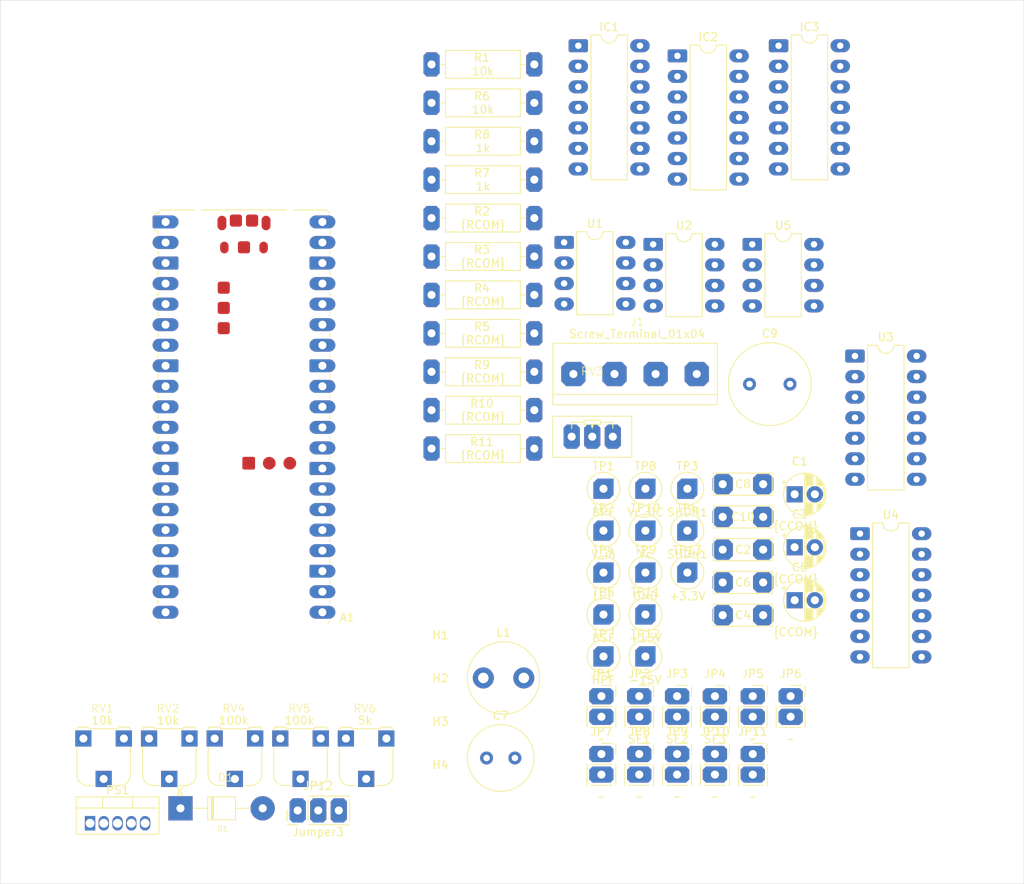
<source format=kicad_pcb>
(kicad_pcb (version 20241229) (generator "pcbnew") (generator_version "9.0")
  (layers (0 "F.Cu" signal) (2 "B.Cu" signal) (13 "F.Paste" user) (15 "B.Paste" user) (5 "F.SilkS" user "F.Silkscreen") (7 "B.SilkS" user "B.Silkscreen") (1 "F.Mask" user) (3 "B.Mask" user) (25 "Edge.Cuts" user))
  (net 0 "")
  (net 7 "GND")
  (net 8 "MOSI")
  (net 10 "+3.3V")
  (net 12 "CS2")
  (net 15 "MISO")
  (net 16 "/ZCD")
  (net 17 "/FFT")
  (net 27 "CS1")
  (net 29 "SCK")
  (net 34 "mult2_out")
  (net 35 "Net-(JP5-B)")
  (net 36 "mult3_out")
  (net 37 "Net-(JP9-B)")
  (net 38 "Net-(U5A--)")
  (net 39 "Net-(C5-Pad2)")
  (net 40 "-15V")
  (net 41 "+15V")
  (net 42 "Net-(D1-K)")
  (net 43 "mult1_out")
  (net 45 "V_in")
  (net 49 "Net-(IC1-SCALE_FACTOR)")
  (net 50 "HPF")
  (net 51 "Vc")
  (net 52 "BPF")
  (net 55 "Net-(IC2-SCALE_FACTOR)")
  (net 59 "Net-(IC3-SCALE_FACTOR)")
  (net 63 "LPF")
  (net 64 "R1_in")
  (net 65 "Net-(JP2-A)")
  (net 66 "Net-(JP3-A)")
  (net 67 "Net-(JP4-A)")
  (net 68 "R1_out")
  (net 69 "R2_in")
  (net 70 "RQ_in")
  (net 71 "RH0_in")
  (net 72 "R2_out")
  (net 73 "Net-(JP10-B)")
  (net 74 "RQ_out")
  (net 75 "RH0_out")
  (net 76 "Net-(JP12-C)")
  (net 77 "Net-(JP12-A)")
  (net 78 "Net-(JP12-B)")
  (net 79 "Net-(PS1-FEEDBACK)")
  (net 80 "Net-(U4-~SHDN)")
  (net 81 "Net-(U3-~SHDN)")
  (net 82 "Net-(U5B-+)")
  (net 83 "/BSF")
  (net 84 "Net-(U2B--)")
  (net 85 "-10V")
  (footprint "000_OUF:DIP_14" (layer "F.Cu") (at 137.69 33.38)
    (property "Reference" "IC1" (at 3.81 -2.33 0) (layer "F.SilkS"))
    (property "Value" "MPY634KP")
    (pad "1" thru_hole roundrect (at 0 0) (size 2.4 1.6) (drill 0.8) (layers "*.Cu" "*.Mask") (roundrect_rratio 0.15625) (net 50 "HPF"))
    (pad "2" thru_hole oval (at 0 2.54) (size 2.4 1.6) (drill 0.8) (layers "*.Cu" "*.Mask") (net 7 "GND"))
    (pad "3" thru_hole oval (at 0 5.08) (size 2.4 1.6) (drill 0.8) (layers "*.Cu" "*.Mask"))
    (pad "4" thru_hole oval (at 0 7.62) (size 2.4 1.6) (drill 0.8) (layers "*.Cu" "*.Mask") (net 49 "Net-(IC1-SCALE_FACTOR)"))
    (pad "5" thru_hole oval (at 0 10.16) (size 2.4 1.6) (drill 0.8) (layers "*.Cu" "*.Mask"))
    (pad "6" thru_hole oval (at 0 12.7) (size 2.4 1.6) (drill 0.8) (layers "*.Cu" "*.Mask") (net 45 "V_in"))
    (pad "7" thru_hole oval (at 0 15.24) (size 2.4 1.6) (drill 0.8) (layers "*.Cu" "*.Mask") (net 7 "GND"))
    (pad "8" thru_hole oval (at 7.62 15.24) (size 2.4 1.6) (drill 0.8) (layers "*.Cu" "*.Mask") (net 40 "-15V"))
    (pad "9" thru_hole oval (at 7.62 12.7) (size 2.4 1.6) (drill 0.8) (layers "*.Cu" "*.Mask"))
    (pad "10" thru_hole oval (at 7.62 10.16) (size 2.4 1.6) (drill 0.8) (layers "*.Cu" "*.Mask") (net 7 "GND"))
    (pad "11" thru_hole oval (at 7.62 7.62) (size 2.4 1.6) (drill 0.8) (layers "*.Cu" "*.Mask") (net 43 "mult1_out"))
    (pad "12" thru_hole oval (at 7.62 5.08) (size 2.4 1.6) (drill 0.8) (layers "*.Cu" "*.Mask") (net 43 "mult1_out"))
    (pad "13" thru_hole oval (at 7.62 2.54) (size 2.4 1.6) (drill 0.8) (layers "*.Cu" "*.Mask"))
    (pad "14" thru_hole oval (at 7.62 0) (size 2.4 1.6) (drill 0.8) (layers "*.Cu" "*.Mask") (net 41 "+15V"))
  )
  (footprint "000_OUF:RaspberryPi_Pico_W_THT" (layer "F.Cu") (at 96.3759 79.3)
    (property "Reference" "A1" (at 11.7475 24.765 0) (layer "F.SilkS") (effects (justify left)))
    (property "Value" "RaspberryPi_Pico_W")
    (pad "" smd rect (at -8.89 -24.13) (size 3.8 2.2) (drill (offset -0.8 0)) (layers "F.Paste"))
    (pad "" smd rect (at -8.89 -21.59) (size 3.8 2.2) (drill (offset -0.8 0)) (layers "F.Paste"))
    (pad "" smd rect (at -8.89 -19.05) (size 3.8 2.2) (drill (offset -0.8 0)) (layers "F.Paste"))
    (pad "" smd rect (at -8.89 -16.51) (size 3.8 2.2) (drill (offset -0.8 0)) (layers "F.Paste"))
    (pad "" smd rect (at -8.89 -13.97) (size 3.8 2.2) (drill (offset -0.8 0)) (layers "F.Paste"))
    (pad "" smd rect (at -8.89 -11.43) (size 3.8 2.2) (drill (offset -0.8 0)) (layers "F.Paste"))
    (pad "" smd rect (at -8.89 -8.89) (size 3.8 2.2) (drill (offset -0.8 0)) (layers "F.Paste"))
    (pad "" smd rect (at -8.89 -6.35) (size 3.8 2.2) (drill (offset -0.8 0)) (layers "F.Paste"))
    (pad "" smd rect (at -8.89 -3.81) (size 3.8 2.2) (drill (offset -0.8 0)) (layers "F.Paste"))
    (pad "" smd rect (at -8.89 -1.27) (size 3.8 2.2) (drill (offset -0.8 0)) (layers "F.Paste"))
    (pad "" smd rect (at -8.89 1.27) (size 3.8 2.2) (drill (offset -0.8 0)) (layers "F.Paste"))
    (pad "" smd rect (at -8.89 3.81) (size 3.8 2.2) (drill (offset -0.8 0)) (layers "F.Paste"))
    (pad "" smd rect (at -8.89 6.35) (size 3.8 2.2) (drill (offset -0.8 0)) (layers "F.Paste"))
    (pad "" smd rect (at -8.89 8.89) (size 3.8 2.2) (drill (offset -0.8 0)) (layers "F.Paste"))
    (pad "" smd rect (at -8.89 11.43) (size 3.8 2.2) (drill (offset -0.8 0)) (layers "F.Paste"))
    (pad "" smd rect (at -8.89 13.97) (size 3.8 2.2) (drill (offset -0.8 0)) (layers "F.Paste"))
    (pad "" smd rect (at -8.89 16.51) (size 3.8 2.2) (drill (offset -0.8 0)) (layers "F.Paste"))
    (pad "" smd rect (at -8.89 19.05) (size 3.8 2.2) (drill (offset -0.8 0)) (layers "F.Paste"))
    (pad "" smd rect (at -8.89 21.59) (size 3.8 2.2) (drill (offset -0.8 0)) (layers "F.Paste"))
    (pad "" smd rect (at -8.89 24.13) (size 3.8 2.2) (drill (offset -0.8 0)) (layers "F.Paste"))
    (pad "" smd oval (at -2.725 -24) (size 1.1 1.8) (layers "F.Cu" "F.Mask" "F.Paste"))
    (pad "" smd oval (at -2.425 -20.97) (size 1.05 1.45) (layers "F.Cu" "F.Mask" "F.Paste"))
    (pad "" smd oval (at 2.425 -20.97) (size 1.05 1.45) (layers "F.Cu" "F.Mask" "F.Paste"))
    (pad "" smd oval (at 2.725 -24) (size 1.1 1.8) (layers "F.Cu" "F.Mask" "F.Paste"))
    (pad "" smd rect (at 8.89 -24.13) (size 3.8 2.2) (drill (offset 0.8 0)) (layers "F.Paste"))
    (pad "" smd rect (at 8.89 -21.59) (size 3.8 2.2) (drill (offset 0.8 0)) (layers "F.Paste"))
    (pad "" smd rect (at 8.89 -19.05) (size 3.8 2.2) (drill (offset 0.8 0)) (layers "F.Paste"))
    (pad "" smd rect (at 8.89 -16.51) (size 3.8 2.2) (drill (offset 0.8 0)) (layers "F.Paste"))
    (pad "" smd rect (at 8.89 -13.97) (size 3.8 2.2) (drill (offset 0.8 0)) (layers "F.Paste"))
    (pad "" smd rect (at 8.89 -11.43) (size 3.8 2.2) (drill (offset 0.8 0)) (layers "F.Paste"))
    (pad "" smd rect (at 8.89 -8.89) (size 3.8 2.2) (drill (offset 0.8 0)) (layers "F.Paste"))
    (pad "" smd rect (at 8.89 -6.35) (size 3.8 2.2) (drill (offset 0.8 0)) (layers "F.Paste"))
    (pad "" smd rect (at 8.89 -3.81) (size 3.8 2.2) (drill (offset 0.8 0)) (layers "F.Paste"))
    (pad "" smd rect (at 8.89 -1.27) (size 3.8 2.2) (drill (offset 0.8 0)) (layers "F.Paste"))
    (pad "" smd rect (at 8.89 1.27) (size 3.8 2.2) (drill (offset 0.8 0)) (layers "F.Paste"))
    (pad "" smd rect (at 8.89 3.81) (size 3.8 2.2) (drill (offset 0.8 0)) (layers "F.Paste"))
    (pad "" smd rect (at 8.89 6.35) (size 3.8 2.2) (drill (offset 0.8 0)) (layers "F.Paste"))
    (pad "" smd rect (at 8.89 8.89) (size 3.8 2.2) (drill (offset 0.8 0)) (layers "F.Paste"))
    (pad "" smd rect (at 8.89 11.43) (size 3.8 2.2) (drill (offset 0.8 0)) (layers "F.Paste"))
    (pad "" smd rect (at 8.89 13.97) (size 3.8 2.2) (drill (offset 0.8 0)) (layers "F.Paste"))
    (pad "" smd rect (at 8.89 16.51) (size 3.8 2.2) (drill (offset 0.8 0)) (layers "F.Paste"))
    (pad "" smd rect (at 8.89 19.05) (size 3.8 2.2) (drill (offset 0.8 0)) (layers "F.Paste"))
    (pad "" smd rect (at 8.89 21.59) (size 3.8 2.2) (drill (offset 0.8 0)) (layers "F.Paste"))
    (pad "" smd rect (at 8.89 24.13) (size 3.8 2.2) (drill (offset 0.8 0)) (layers "F.Paste"))
    (pad "1" thru_hole custom (at -9.69 -24.13) (size 1.6 0.8) (drill 1) (layers "*.Cu" "*.Mask") (options (clearance outline) (anchor rect)) (primitives (gr_circle (center 0.8 0) (end 1.6 0) (width 0) (fill yes)) (gr_poly (pts (xy -1.6 -0.6) (xy -1.6 0.6) (xy -1.4 0.8) (xy 0.8 0.8) (xy 0.8 -0.8) (xy -1.4 -0.8)) (width 0) (fill yes)) (gr_circle (center -1.4 -0.6) (end -1.2 -0.6) (width 0) (fill yes)) (gr_circle (center -1.4 0.6) (end -1.2 0.6) (width 0) (fill yes))))
    (pad "2" thru_hole roundrect (at -9.69 -21.59) (size 3.2 1.6) (drill 1) (layers "*.Cu" "*.Mask") (roundrect_rratio 0.5))
    (pad "3" thru_hole custom (at -9.69 -19.05) (size 1.6 0.8) (drill 1) (layers "*.Cu" "*.Mask") (net 7 "GND") (options (clearance outline) (anchor rect)) (primitives (gr_circle (center -0.8 0) (end 0 0) (width 0) (fill yes)) (gr_poly (pts (xy 1.6 -0.6) (xy 1.6 0.6) (xy 1.4 0.8) (xy -0.8 0.8) (xy -0.8 -0.8) (xy 1.4 -0.8)) (width 0) (fill yes)) (gr_circle (center 1.4 -0.6) (end 1.6 -0.6) (width 0) (fill yes)) (gr_circle (center 1.4 0.6) (end 1.6 0.6) (width 0) (fill yes))))
    (pad "4" thru_hole roundrect (at -9.69 -16.51) (size 3.2 1.6) (drill 1) (layers "*.Cu" "*.Mask") (roundrect_rratio 0.5))
    (pad "5" thru_hole roundrect (at -9.69 -13.97) (size 3.2 1.6) (drill 1) (layers "*.Cu" "*.Mask") (roundrect_rratio 0.5))
    (pad "6" thru_hole roundrect (at -9.69 -11.43) (size 3.2 1.6) (drill 1) (layers "*.Cu" "*.Mask") (roundrect_rratio 0.5))
    (pad "7" thru_hole roundrect (at -9.69 -8.89) (size 3.2 1.6) (drill 1) (layers "*.Cu" "*.Mask") (roundrect_rratio 0.5))
    (pad "8" thru_hole custom (at -9.69 -6.35) (size 1.6 0.8) (drill 1) (layers "*.Cu" "*.Mask") (net 7 "GND") (options (clearance outline) (anchor rect)) (primitives (gr_circle (center -0.8 0) (end 0 0) (width 0) (fill yes)) (gr_poly (pts (xy 1.6 -0.6) (xy 1.6 0.6) (xy 1.4 0.8) (xy -0.8 0.8) (xy -0.8 -0.8) (xy 1.4 -0.8)) (width 0) (fill yes)) (gr_circle (center 1.4 -0.6) (end 1.6 -0.6) (width 0) (fill yes)) (gr_circle (center 1.4 0.6) (end 1.6 0.6) (width 0) (fill yes))))
    (pad "9" thru_hole roundrect (at -9.69 -3.81) (size 3.2 1.6) (drill 1) (layers "*.Cu" "*.Mask") (roundrect_rratio 0.5))
    (pad "10" thru_hole roundrect (at -9.69 -1.27) (size 3.2 1.6) (drill 1) (layers "*.Cu" "*.Mask") (roundrect_rratio 0.5))
    (pad "11" thru_hole roundrect (at -9.69 1.27) (size 3.2 1.6) (drill 1) (layers "*.Cu" "*.Mask") (roundrect_rratio 0.5))
    (pad "12" thru_hole roundrect (at -9.69 3.81) (size 3.2 1.6) (drill 1) (layers "*.Cu" "*.Mask") (roundrect_rratio 0.5))
    (pad "13" thru_hole custom (at -9.69 6.35) (size 1.6 0.8) (drill 1) (layers "*.Cu" "*.Mask") (net 7 "GND") (options (clearance outline) (anchor rect)) (primitives (gr_circle (center -0.8 0) (end 0 0) (width 0) (fill yes)) (gr_poly (pts (xy 1.6 -0.6) (xy 1.6 0.6) (xy 1.4 0.8) (xy -0.8 0.8) (xy -0.8 -0.8) (xy 1.4 -0.8)) (width 0) (fill yes)) (gr_circle (center 1.4 -0.6) (end 1.6 -0.6) (width 0) (fill yes)) (gr_circle (center 1.4 0.6) (end 1.6 0.6) (width 0) (fill yes))))
    (pad "14" thru_hole roundrect (at -9.69 8.89) (size 3.2 1.6) (drill 1) (layers "*.Cu" "*.Mask") (roundrect_rratio 0.5))
    (pad "15" thru_hole roundrect (at -9.69 11.43) (size 3.2 1.6) (drill 1) (layers "*.Cu" "*.Mask") (roundrect_rratio 0.5))
    (pad "16" thru_hole roundrect (at -9.69 13.97) (size 3.2 1.6) (drill 1) (layers "*.Cu" "*.Mask") (roundrect_rratio 0.5))
    (pad "17" thru_hole roundrect (at -9.69 16.51) (size 3.2 1.6) (drill 1) (layers "*.Cu" "*.Mask") (roundrect_rratio 0.5))
    (pad "18" thru_hole custom (at -9.69 19.05) (size 1.6 0.8) (drill 1) (layers "*.Cu" "*.Mask") (net 7 "GND") (options (clearance outline) (anchor rect)) (primitives (gr_circle (center -0.8 0) (end 0 0) (width 0) (fill yes)) (gr_poly (pts (xy 1.6 -0.6) (xy 1.6 0.6) (xy 1.4 0.8) (xy -0.8 0.8) (xy -0.8 -0.8) (xy 1.4 -0.8)) (width 0) (fill yes)) (gr_circle (center 1.4 -0.6) (end 1.6 -0.6) (width 0) (fill yes)) (gr_circle (center 1.4 0.6) (end 1.6 0.6) (width 0) (fill yes))))
    (pad "19" thru_hole roundrect (at -9.69 21.59) (size 3.2 1.6) (drill 1) (layers "*.Cu" "*.Mask") (roundrect_rratio 0.5))
    (pad "20" thru_hole roundrect (at -9.69 24.13) (size 3.2 1.6) (drill 1) (layers "*.Cu" "*.Mask") (roundrect_rratio 0.5))
    (pad "21" thru_hole roundrect (at 9.69 24.13) (size 3.2 1.6) (drill 1) (layers "*.Cu" "*.Mask") (roundrect_rratio 0.5) (net 15 "MISO"))
    (pad "22" thru_hole roundrect (at 9.69 21.59) (size 3.2 1.6) (drill 1) (layers "*.Cu" "*.Mask") (roundrect_rratio 0.5) (net 27 "CS1"))
    (pad "23" thru_hole custom (at 9.69 19.05) (size 1.6 0.8) (drill 1) (layers "*.Cu" "*.Mask") (net 7 "GND") (options (clearance outline) (anchor rect)) (primitives (gr_circle (center 0.8 0) (end 1.6 0) (width 0) (fill yes)) (gr_poly (pts (xy -1.6 -0.6) (xy -1.6 0.6) (xy -1.4 0.8) (xy 0.8 0.8) (xy 0.8 -0.8) (xy -1.4 -0.8)) (width 0) (fill yes)) (gr_circle (center -1.4 -0.6) (end -1.2 -0.6) (width 0) (fill yes)) (gr_circle (center -1.4 0.6) (end -1.2 0.6) (width 0) (fill yes))))
    (pad "24" thru_hole roundrect (at 9.69 16.51) (size 3.2 1.6) (drill 1) (layers "*.Cu" "*.Mask") (roundrect_rratio 0.5) (net 29 "SCK"))
    (pad "25" thru_hole roundrect (at 9.69 13.97) (size 3.2 1.6) (drill 1) (layers "*.Cu" "*.Mask") (roundrect_rratio 0.5) (net 8 "MOSI"))
    (pad "26" thru_hole roundrect (at 9.69 11.43) (size 3.2 1.6) (drill 1) (layers "*.Cu" "*.Mask") (roundrect_rratio 0.5) (net 12 "CS2"))
    (pad "27" thru_hole roundrect (at 9.69 8.89) (size 3.2 1.6) (drill 1) (layers "*.Cu" "*.Mask") (roundrect_rratio 0.5))
    (pad "28" thru_hole custom (at 9.69 6.35) (size 1.6 0.8) (drill 1) (layers "*.Cu" "*.Mask") (net 7 "GND") (options (clearance outline) (anchor rect)) (primitives (gr_circle (center 0.8 0) (end 1.6 0) (width 0) (fill yes)) (gr_poly (pts (xy -1.6 -0.6) (xy -1.6 0.6) (xy -1.4 0.8) (xy 0.8 0.8) (xy 0.8 -0.8) (xy -1.4 -0.8)) (width 0) (fill yes)) (gr_circle (center -1.4 -0.6) (end -1.2 -0.6) (width 0) (fill yes)) (gr_circle (center -1.4 0.6) (end -1.2 0.6) (width 0) (fill yes))))
    (pad "29" thru_hole roundrect (at 9.69 3.81) (size 3.2 1.6) (drill 1) (layers "*.Cu" "*.Mask") (roundrect_rratio 0.5) (net 16 "/ZCD"))
    (pad "30" thru_hole roundrect (at 9.69 1.27) (size 3.2 1.6) (drill 1) (layers "*.Cu" "*.Mask") (roundrect_rratio 0.5))
    (pad "31" thru_hole roundrect (at 9.69 -1.27) (size 3.2 1.6) (drill 1) (layers "*.Cu" "*.Mask") (roundrect_rratio 0.5) (net 17 "/FFT"))
    (pad "32" thru_hole roundrect (at 9.69 -3.81) (size 3.2 1.6) (drill 1) (layers "*.Cu" "*.Mask") (roundrect_rratio 0.5))
    (pad "33" thru_hole custom (at 9.69 -6.35) (size 1.6 0.8) (drill 1) (layers "*.Cu" "*.Mask") (net 7 "GND") (options (clearance outline) (anchor rect)) (primitives (gr_circle (center 0.8 0) (end 1.6 0) (width 0) (fill yes)) (gr_poly (pts (xy -1.6 -0.6) (xy -1.6 0.6) (xy -1.4 0.8) (xy 0.8 0.8) (xy 0.8 -0.8) (xy -1.4 -0.8)) (width 0) (fill yes)) (gr_circle (center -1.4 -0.6) (end -1.2 -0.6) (width 0) (fill yes)) (gr_circle (center -1.4 0.6) (end -1.2 0.6) (width 0) (fill yes))))
    (pad "34" thru_hole roundrect (at 9.69 -8.89) (size 3.2 1.6) (drill 1) (layers "*.Cu" "*.Mask") (roundrect_rratio 0.5))
    (pad "35" thru_hole roundrect (at 9.69 -11.43) (size 3.2 1.6) (drill 1) (layers "*.Cu" "*.Mask") (roundrect_rratio 0.5))
    (pad "36" thru_hole roundrect (at 9.69 -13.97) (size 3.2 1.6) (drill 1) (layers "*.Cu" "*.Mask") (roundrect_rratio 0.5) (net 10 "+3.3V"))
    (pad "37" thru_hole roundrect (at 9.69 -16.51) (size 3.2 1.6) (drill 1) (layers "*.Cu" "*.Mask") (roundrect_rratio 0.5))
    (pad "38" thru_hole custom (at 9.69 -19.05) (size 1.6 0.8) (drill 1) (layers "*.Cu" "*.Mask") (net 7 "GND") (options (clearance outline) (anchor rect)) (primitives (gr_circle (center 0.8 0) (end 1.6 0) (width 0) (fill yes)) (gr_poly (pts (xy -1.6 -0.6) (xy -1.6 0.6) (xy -1.4 0.8) (xy 0.8 0.8) (xy 0.8 -0.8) (xy -1.4 -0.8)) (width 0) (fill yes)) (gr_circle (center -1.4 -0.6) (end -1.2 -0.6) (width 0) (fill yes)) (gr_circle (center -1.4 0.6) (end -1.2 0.6) (width 0) (fill yes))))
    (pad "39" thru_hole roundrect (at 9.69 -21.59) (size 3.2 1.6) (drill 1) (layers "*.Cu" "*.Mask") (roundrect_rratio 0.5))
    (pad "40" thru_hole roundrect (at 9.69 -24.13) (size 3.2 1.6) (drill 1) (layers "*.Cu" "*.Mask") (roundrect_rratio 0.5))
    (pad "D1" smd roundrect (at 0.5841 5.7) (size 1.5748 1.5748) (layers "F.Cu" "F.Mask" "F.Paste") (roundrect_rratio 0.127000254))
    (pad "D2" smd circle (at 3.1241 5.7) (size 1.5748 1.5748) (layers "F.Cu" "F.Mask" "F.Paste"))
    (pad "D3" smd circle (at 5.6641 5.7) (size 1.5748 1.5748) (layers "F.Cu" "F.Mask" "F.Paste"))
    (pad "TP1" smd roundrect (at 0 -21) (size 1.5 1.5) (layers "F.Cu" "F.Mask" "F.Paste") (roundrect_rratio 0.2))
    (pad "TP2" smd roundrect (at 1 -24.3) (size 1.5 1.5) (layers "F.Cu" "F.Mask" "F.Paste") (roundrect_rratio 0.2))
    (pad "TP3" smd roundrect (at -1 -24.3) (size 1.5 1.5) (layers "F.Cu" "F.Mask" "F.Paste") (roundrect_rratio 0.2))
    (pad "TP4" smd roundrect (at -2.5 -16) (size 1.5 1.5) (layers "F.Cu" "F.Mask" "F.Paste") (roundrect_rratio 0.2))
    (pad "TP5" smd roundrect (at -2.5 -13.5) (size 1.5 1.5) (layers "F.Cu" "F.Mask" "F.Paste") (roundrect_rratio 0.2))
    (pad "TP6" smd roundrect (at -2.5 -11) (size 1.5 1.5) (layers "F.Cu" "F.Mask" "F.Paste") (roundrect_rratio 0.2))
  )
  (footprint "000_OUF:Resistor" (layer "F.Cu") (at 119.553 35.69)
    (property "Reference" "R1" (hide yes))
    (property "Value" "10k" (at 6.35 0.8382 0) (layer "F.SilkS"))
    (fp_text user "${REFERENCE}" (at 6.223 -0.8382 0) (layer "F.SilkS"))
    (pad "1" thru_hole roundrect (at 0 0) (size 2 3) (drill 1) (layers "*.Cu" "*.Mask") (roundrect_rratio 0) (chamfer_ratio 0.2) (chamfer top_left top_right bottom_left bottom_right) (net 10 "+3.3V"))
    (pad "2" thru_hole roundrect (at 12.7 0) (size 2 3) (drill 1) (layers "*.Cu" "*.Mask") (roundrect_rratio 0) (chamfer_ratio 0.2) (chamfer top_left top_right bottom_left bottom_right) (net 81 "Net-(U3-~SHDN)"))
  )
  (footprint "000_OUF:100nF" (layer "F.Cu") (at 155.533 95.69)
    (property "Reference" "C2" (hide yes))
    (property "Value" "100n" (hide yes))
    (fp_text user "${REFERENCE}" (at 2.5 0 0) (layer "F.SilkS"))
    (pad "1" thru_hole roundrect (at 0 0) (size 2.5 2.5) (drill 1) (layers "*.Cu" "*.Mask") (roundrect_rratio 0) (chamfer_ratio 0.2) (chamfer top_left top_right bottom_left bottom_right) (net 10 "+3.3V"))
    (pad "2" thru_hole roundrect (at 5 0) (size 2.5 2.5) (drill 1) (layers "*.Cu" "*.Mask") (roundrect_rratio 0) (chamfer_ratio 0.2) (chamfer top_left top_right bottom_left bottom_right) (net 7 "GND"))
  )
  (footprint "000_OUF:DIP_14" (layer "F.Cu") (at 149.94 34.63)
    (property "Reference" "IC2" (at 3.81 -2.33 0) (layer "F.SilkS"))
    (property "Value" "MPY634KP")
    (pad "1" thru_hole roundrect (at 0 0) (size 2.4 1.6) (drill 0.8) (layers "*.Cu" "*.Mask") (roundrect_rratio 0.15625) (net 52 "BPF"))
    (pad "2" thru_hole oval (at 0 2.54) (size 2.4 1.6) (drill 0.8) (layers "*.Cu" "*.Mask") (net 7 "GND"))
    (pad "3" thru_hole oval (at 0 5.08) (size 2.4 1.6) (drill 0.8) (layers "*.Cu" "*.Mask"))
    (pad "4" thru_hole oval (at 0 7.62) (size 2.4 1.6) (drill 0.8) (layers "*.Cu" "*.Mask") (net 55 "Net-(IC2-SCALE_FACTOR)"))
    (pad "5" thru_hole oval (at 0 10.16) (size 2.4 1.6) (drill 0.8) (layers "*.Cu" "*.Mask"))
    (pad "6" thru_hole oval (at 0 12.7) (size 2.4 1.6) (drill 0.8) (layers "*.Cu" "*.Mask") (net 51 "Vc"))
    (pad "7" thru_hole oval (at 0 15.24) (size 2.4 1.6) (drill 0.8) (layers "*.Cu" "*.Mask") (net 7 "GND"))
    (pad "8" thru_hole oval (at 7.62 15.24) (size 2.4 1.6) (drill 0.8) (layers "*.Cu" "*.Mask") (net 40 "-15V"))
    (pad "9" thru_hole oval (at 7.62 12.7) (size 2.4 1.6) (drill 0.8) (layers "*.Cu" "*.Mask"))
    (pad "10" thru_hole oval (at 7.62 10.16) (size 2.4 1.6) (drill 0.8) (layers "*.Cu" "*.Mask") (net 7 "GND"))
    (pad "11" thru_hole oval (at 7.62 7.62) (size 2.4 1.6) (drill 0.8) (layers "*.Cu" "*.Mask") (net 34 "mult2_out"))
    (pad "12" thru_hole oval (at 7.62 5.08) (size 2.4 1.6) (drill 0.8) (layers "*.Cu" "*.Mask") (net 34 "mult2_out"))
    (pad "13" thru_hole oval (at 7.62 2.54) (size 2.4 1.6) (drill 0.8) (layers "*.Cu" "*.Mask"))
    (pad "14" thru_hole oval (at 7.62 0) (size 2.4 1.6) (drill 0.8) (layers "*.Cu" "*.Mask") (net 41 "+15V"))
  )
  (footprint "000_OUF:Resistor" (layer "F.Cu") (at 119.553 59.44)
    (property "Reference" "R3" (hide yes))
    (property "Value" "{RCOM}" (at 6.35 0.8382 0) (layer "F.SilkS"))
    (fp_text user "${REFERENCE}" (at 6.223 -0.8382 0) (layer "F.SilkS"))
    (pad "1" thru_hole roundrect (at 0 0) (size 2 3) (drill 1) (layers "*.Cu" "*.Mask") (roundrect_rratio 0) (chamfer_ratio 0.2) (chamfer top_left top_right bottom_left bottom_right) (net 63 "LPF"))
    (pad "2" thru_hole roundrect (at 12.7 0) (size 2 3) (drill 1) (layers "*.Cu" "*.Mask") (roundrect_rratio 0) (chamfer_ratio 0.2) (chamfer top_left top_right bottom_left bottom_right) (net 84 "Net-(U2B--)"))
  )
  (footprint "000_OUF:Resistor" (layer "F.Cu") (at 119.553 49.94)
    (property "Reference" "R7" (hide yes))
    (property "Value" "1k" (at 6.35 0.8382 0) (layer "F.SilkS"))
    (fp_text user "${REFERENCE}" (at 6.223 -0.8382 0) (layer "F.SilkS"))
    (pad "1" thru_hole roundrect (at 0 0) (size 2 3) (drill 1) (layers "*.Cu" "*.Mask") (roundrect_rratio 0) (chamfer_ratio 0.2) (chamfer top_left top_right bottom_left bottom_right) (net 82 "Net-(U5B-+)"))
    (pad "2" thru_hole roundrect (at 12.7 0) (size 2 3) (drill 1) (layers "*.Cu" "*.Mask") (roundrect_rratio 0) (chamfer_ratio 0.2) (chamfer top_left top_right bottom_left bottom_right) (net 16 "/ZCD"))
  )
  (footprint "000_OUF:Connector 2 Pin 2.54mm" (layer "F.Cu") (at 159.25 120.96)
    (property "Reference" "JP11" (at 0 -2.77 180) (layer "F.SilkS"))
    (property "Value" "~" (at 0 5.31 180) (layer "F.SilkS"))
    (pad "1" thru_hole roundrect (at 0 0) (size 3 2) (drill 1) (layers "*.Cu" "*.Mask") (roundrect_rratio 0) (chamfer_ratio 0.2) (chamfer top_left top_right bottom_left bottom_right) (net 75 "RH0_out"))
    (pad "2" thru_hole roundrect (at 0 2.54) (size 3 2) (drill 1) (layers "*.Cu" "*.Mask") (roundrect_rratio 0) (chamfer_ratio 0.2) (chamfer top_left top_right bottom_left bottom_right) (net 73 "Net-(JP10-B)"))
  )
  (footprint "000_OUF:Resistor" (layer "F.Cu") (at 119.553 83.19)
    (property "Reference" "R11" (hide yes))
    (property "Value" "{RCOM}" (at 6.35 0.8382 0) (layer "F.SilkS"))
    (fp_text user "${REFERENCE}" (at 6.223 -0.8382 0) (layer "F.SilkS"))
    (pad "1" thru_hole roundrect (at 0 0) (size 2 3) (drill 1) (layers "*.Cu" "*.Mask") (roundrect_rratio 0) (chamfer_ratio 0.2) (chamfer top_left top_right bottom_left bottom_right) (net 51 "Vc"))
    (pad "2" thru_hole roundrect (at 12.7 0) (size 2 3) (drill 1) (layers "*.Cu" "*.Mask") (roundrect_rratio 0) (chamfer_ratio 0.2) (chamfer top_left top_right bottom_left bottom_right) (net 76 "Net-(JP12-C)"))
  )
  (footprint "000_OUF:Connector 2 Pin 2.54mm" (layer "F.Cu") (at 149.898 120.96)
    (property "Reference" "JP9" (at 0 -2.77 180) (layer "F.SilkS"))
    (property "Value" "~" (at 0 5.31 180) (layer "F.SilkS"))
    (pad "1" thru_hole roundrect (at 0 0) (size 3 2) (drill 1) (layers "*.Cu" "*.Mask") (roundrect_rratio 0) (chamfer_ratio 0.2) (chamfer top_left top_right bottom_left bottom_right) (net 72 "R2_out"))
    (pad "2" thru_hole roundrect (at 0 2.54) (size 3 2) (drill 1) (layers "*.Cu" "*.Mask") (roundrect_rratio 0) (chamfer_ratio 0.2) (chamfer top_left top_right bottom_left bottom_right) (net 37 "Net-(JP9-B)"))
  )
  (footprint "000_OUF:DIP_8" (layer "F.Cu") (at 135.9375 57.7)
    (property "Reference" "U1" (at 3.81 -2.33 0) (layer "F.SilkS"))
    (property "Value" "TL082")
    (pad "1" thru_hole roundrect (at 0 0) (size 2.4 1.6) (drill 0.8) (layers "*.Cu" "*.Mask") (roundrect_rratio 0.15625) (net 52 "BPF"))
    (pad "2" thru_hole oval (at 0 2.54) (size 2.4 1.6) (drill 0.8) (layers "*.Cu" "*.Mask") (net 35 "Net-(JP5-B)"))
    (pad "3" thru_hole oval (at 0 5.08) (size 2.4 1.6) (drill 0.8) (layers "*.Cu" "*.Mask") (net 7 "GND"))
    (pad "4" thru_hole oval (at 0 7.62) (size 2.4 1.6) (drill 0.8) (layers "*.Cu" "*.Mask") (net 40 "-15V"))
    (pad "5" thru_hole oval (at 7.62 7.62) (size 2.4 1.6) (drill 0.8) (layers "*.Cu" "*.Mask") (net 7 "GND"))
    (pad "6" thru_hole oval (at 7.62 5.08) (size 2.4 1.6) (drill 0.8) (layers "*.Cu" "*.Mask") (net 37 "Net-(JP9-B)"))
    (pad "7" thru_hole oval (at 7.62 2.54) (size 2.4 1.6) (drill 0.8) (layers "*.Cu" "*.Mask") (net 63 "LPF"))
    (pad "8" thru_hole oval (at 7.62 0) (size 2.4 1.6) (drill 0.8) (layers "*.Cu" "*.Mask") (net 41 "+15V"))
  )
  (footprint "000_OUF:1-10uF" (layer "F.Cu") (at 164.422775 95.39)
    (property "Reference" "C3" (at 0.635 -4.064 0) (layer "F.SilkS"))
    (property "Value" "{CCOM}" (at 0.127 3.937 0) (layer "F.SilkS"))
    (pad "1" thru_hole rect (at 0 0) (size 2 2) (drill 1) (layers "*.Cu" "*.Mask") (net 37 "Net-(JP9-B)"))
    (pad "2" thru_hole circle (at 2.5 0) (size 2 2) (drill 1) (layers "*.Cu" "*.Mask") (net 36 "mult3_out"))
  )
  (footprint "000_OUF:TestPoint" (layer "F.Cu") (at 151.168 88.157)
    (property "Reference" "TP3" (hide yes))
    (property "Value" "SHDN1" (at 0 2.921 0) (layer "F.SilkS"))
    (fp_text user "${REFERENCE}" (at 0 -2.794 0) (layer "F.SilkS"))
    (pad "1" thru_hole roundrect (at 0 0) (size 2.5 2.5) (drill 1) (layers "*.Cu" "*.Mask") (roundrect_rratio 0) (chamfer_ratio 0.2) (chamfer top_left bottom_right) (net 81 "Net-(U3-~SHDN)"))
  )
  (footprint "000_OUF:100nF" (layer "F.Cu") (at 155.533 87.59)
    (property "Reference" "C8" (hide yes))
    (property "Value" "100n" (hide yes))
    (fp_text user "${REFERENCE}" (at 2.5 0 0) (layer "F.SilkS"))
    (pad "1" thru_hole roundrect (at 0 0) (size 2.5 2.5) (drill 1) (layers "*.Cu" "*.Mask") (roundrect_rratio 0) (chamfer_ratio 0.2) (chamfer top_left top_right bottom_left bottom_right) (net 41 "+15V"))
    (pad "2" thru_hole roundrect (at 5 0) (size 2.5 2.5) (drill 1) (layers "*.Cu" "*.Mask") (roundrect_rratio 0) (chamfer_ratio 0.2) (chamfer top_left top_right bottom_left bottom_right) (net 40 "-15V"))
  )
  (footprint "000_OUF:Resistor" (layer "F.Cu") (at 119.553 73.69)
    (property "Reference" "R9" (hide yes))
    (property "Value" "{RCOM}" (at 6.35 0.8382 0) (layer "F.SilkS"))
    (fp_text user "${REFERENCE}" (at 6.223 -0.8382 0) (layer "F.SilkS"))
    (pad "1" thru_hole roundrect (at 0 0) (size 2 3) (drill 1) (layers "*.Cu" "*.Mask") (roundrect_rratio 0) (chamfer_ratio 0.2) (chamfer top_left top_right bottom_left bottom_right) (net 43 "mult1_out"))
    (pad "2" thru_hole roundrect (at 12.7 0) (size 2 3) (drill 1) (layers "*.Cu" "*.Mask") (roundrect_rratio 0) (chamfer_ratio 0.2) (chamfer top_left top_right bottom_left bottom_right) (net 38 "Net-(U5A--)"))
  )
  (footprint "000_OUF:Resistor" (layer "F.Cu") (at 119.553 45.19)
    (property "Reference" "R8" (hide yes))
    (property "Value" "1k" (at 6.35 0.8382 0) (layer "F.SilkS"))
    (fp_text user "${REFERENCE}" (at 6.223 -0.8382 0) (layer "F.SilkS"))
    (pad "1" thru_hole roundrect (at 0 0) (size 2 3) (drill 1) (layers "*.Cu" "*.Mask") (roundrect_rratio 0) (chamfer_ratio 0.2) (chamfer top_left top_right bottom_left bottom_right) (net 7 "GND"))
    (pad "2" thru_hole roundrect (at 12.7 0) (size 2 3) (drill 1) (layers "*.Cu" "*.Mask") (roundrect_rratio 0) (chamfer_ratio 0.2) (chamfer top_left top_right bottom_left bottom_right) (net 82 "Net-(U5B-+)"))
  )
  (footprint "000_OUF:1-10uF" (layer "F.Cu") (at 164.422775 88.84)
    (property "Reference" "C1" (at 0.635 -4.064 0) (layer "F.SilkS"))
    (property "Value" "{CCOM}" (at 0.127 3.937 0) (layer "F.SilkS"))
    (pad "1" thru_hole rect (at 0 0) (size 2 2) (drill 1) (layers "*.Cu" "*.Mask") (net 35 "Net-(JP5-B)"))
    (pad "2" thru_hole circle (at 2.5 0) (size 2 2) (drill 1) (layers "*.Cu" "*.Mask") (net 34 "mult2_out"))
  )
  (footprint "000_OUF:Trimmer Rund" (layer "F.Cu") (at 95.1 119.04)
    (property "Reference" "RV4" (at 0 -3.725 0) (layer "F.SilkS") (effects (font (thickness 0.1))))
    (property "Value" "100k" (at 0 -2.225 0) (layer "F.SilkS"))
    (pad "1" thru_hole rect (at -2.347 0) (size 2 2) (drill 1) (layers "*.Cu" "*.Mask") (net 41 "+15V"))
    (pad "2" thru_hole rect (at 0.153 5) (size 2 2) (drill 1) (layers "*.Cu" "*.Mask") (net 78 "Net-(JP12-B)"))
    (pad "3" thru_hole rect (at 2.653 0) (size 2 2) (drill 1) (layers "*.Cu" "*.Mask") (net 7 "GND"))
  )
  (footprint "MountingHole:MountingHole_2.2mm_M2_DIN965" (layer "F.Cu") (at 120.653 109.1)
    (property "Reference" "H1" (at 0 -2.85 0) (layer "F.SilkS"))
    (property "Value" "MountingHole")
    (pad "" np_thru_hole circle (at 0 0) (size 2.2 2.2) (drill 2.2) (layers "*.Cu" "*.Mask"))
  )
  (footprint "000_OUF:TestPoint" (layer "F.Cu") (at 145.984 108.893)
    (property "Reference" "TP12" (hide yes))
    (property "Value" "-15V" (at 0 2.921 0) (layer "F.SilkS"))
    (fp_text user "${REFERENCE}" (at 0 -2.794 0) (layer "F.SilkS"))
    (pad "1" thru_hole roundrect (at 0 0) (size 2.5 2.5) (drill 1) (layers "*.Cu" "*.Mask") (roundrect_rratio 0) (chamfer_ratio 0.2) (chamfer top_left bottom_right) (net 40 "-15V"))
  )
  (footprint "000_OUF:TestPoint" (layer "F.Cu") (at 145.984 103.709)
    (property "Reference" "TP11" (hide yes))
    (property "Value" "+15V" (at 0 2.921 0) (layer "F.SilkS"))
    (fp_text user "${REFERENCE}" (at 0 -2.794 0) (layer "F.SilkS"))
    (pad "1" thru_hole roundrect (at 0 0) (size 2.5 2.5) (drill 1) (layers "*.Cu" "*.Mask") (roundrect_rratio 0) (chamfer_ratio 0.2) (chamfer top_left bottom_right) (net 41 "+15V"))
  )
  (footprint "000_OUF:100nF" (layer "F.Cu") (at 155.533 91.64)
    (property "Reference" "C10" (hide yes))
    (property "Value" "100n" (hide yes))
    (fp_text user "${REFERENCE}" (at 2.5 0 0) (layer "F.SilkS"))
    (pad "1" thru_hole roundrect (at 0 0) (size 2.5 2.5) (drill 1) (layers "*.Cu" "*.Mask") (roundrect_rratio 0) (chamfer_ratio 0.2) (chamfer top_left top_right bottom_left bottom_right) (net 41 "+15V"))
    (pad "2" thru_hole roundrect (at 5 0) (size 2.5 2.5) (drill 1) (layers "*.Cu" "*.Mask") (roundrect_rratio 0) (chamfer_ratio 0.2) (chamfer top_left top_right bottom_left bottom_right) (net 40 "-15V"))
  )
  (footprint "000_OUF:Trimmer Rund" (layer "F.Cu") (at 86.99 119.04)
    (property "Reference" "RV2" (at 0 -3.725 0) (layer "F.SilkS") (effects (font (thickness 0.1))))
    (property "Value" "10k" (at 0 -2.225 0) (layer "F.SilkS"))
    (pad "1" thru_hole rect (at -2.347 0) (size 2 2) (drill 1) (layers "*.Cu" "*.Mask") (net 66 "Net-(JP3-A)"))
    (pad "2" thru_hole rect (at 0.153 5) (size 2 2) (drill 1) (layers "*.Cu" "*.Mask") (net 66 "Net-(JP3-A)"))
    (pad "3" thru_hole rect (at 2.653 0) (size 2 2) (drill 1) (layers "*.Cu" "*.Mask") (net 85 "-10V"))
  )
  (footprint "000_OUF:1N4001" (layer "F.Cu") (at 88.528 127.67)
    (property "Reference" "D1" (at 5.588 -3.81 0) (layer "F.SilkS") (effects (font (thickness 0.1))))
    (property "Value" "MBR360")
    (fp_text user "K" (at 0 -2 0) (layer "F.SilkS"))
    (fp_text user "${REFERENCE}" (at 5.207 2.54 0) (layer "F.SilkS") (effects (font (size 0.64 0.64) (thickness 0.096))))
    (pad "1" thru_hole rect (at 0 0) (size 3 3) (drill 1) (layers "*.Cu" "*.Mask") (net 42 "Net-(D1-K)"))
    (pad "2" thru_hole oval (at 10.16 0) (size 3 3) (drill 1) (layers "*.Cu" "*.Mask") (net 7 "GND"))
  )
  (footprint "000_OUF:DIP_8" (layer "F.Cu") (at 159.19 57.94)
    (property "Reference" "U5" (at 3.81 -2.33 0) (layer "F.SilkS"))
    (property "Value" "TL082")
    (pad "1" thru_hole roundrect (at 0 0) (size 2.4 1.6) (drill 0.8) (layers "*.Cu" "*.Mask") (roundrect_rratio 0.15625) (net 39 "Net-(C5-Pad2)"))
    (pad "2" thru_hole oval (at 0 2.54) (size 2.4 1.6) (drill 0.8) (layers "*.Cu" "*.Mask") (net 38 "Net-(U5A--)"))
    (pad "3" thru_hole oval (at 0 5.08) (size 2.4 1.6) (drill 0.8) (layers "*.Cu" "*.Mask") (net 7 "GND"))
    (pad "4" thru_hole oval (at 0 7.62) (size 2.4 1.6) (drill 0.8) (layers "*.Cu" "*.Mask") (net 40 "-15V"))
    (pad "5" thru_hole oval (at 7.62 7.62) (size 2.4 1.6) (drill 0.8) (layers "*.Cu" "*.Mask") (net 82 "Net-(U5B-+)"))
    (pad "6" thru_hole oval (at 7.62 5.08) (size 2.4 1.6) (drill 0.8) (layers "*.Cu" "*.Mask") (net 45 "V_in"))
    (pad "7" thru_hole oval (at 7.62 2.54) (size 2.4 1.6) (drill 0.8) (layers "*.Cu" "*.Mask") (net 16 "/ZCD"))
    (pad "8" thru_hole oval (at 7.62 0) (size 2.4 1.6) (drill 0.8) (layers "*.Cu" "*.Mask") (net 41 "+15V"))
  )
  (footprint "000_OUF:Terminal 4 Pol" (layer "F.Cu") (at 137.083 73.97)
    (property "Reference" "J1" (at 7.874 -6.453 0) (layer "F.SilkS") (effects (font (thickness 0.1))))
    (property "Value" "Screw_Terminal_01x04" (at 7.874 -4.953 0) (layer "F.SilkS"))
    (pad "1" thru_hole roundrect (at 0 0) (size 3 3) (drill 1) (layers "*.Cu" "*.Mask") (roundrect_rratio 0) (chamfer_ratio 0.2) (chamfer top_left top_right bottom_left bottom_right) (net 41 "+15V"))
    (pad "2" thru_hole roundrect (at 5.08 0) (size 3 3) (drill 1) (layers "*.Cu" "*.Mask") (roundrect_rratio 0) (chamfer_ratio 0.2) (chamfer top_left top_right bottom_left bottom_right) (net 7 "GND"))
    (pad "3" thru_hole roundrect (at 10.16 0) (size 3 3) (drill 1) (layers "*.Cu" "*.Mask") (roundrect_rratio 0) (chamfer_ratio 0.2) (chamfer top_left top_right bottom_left bottom_right) (net 7 "GND"))
    (pad "4" thru_hole roundrect (at 15.24 0) (size 3 3) (drill 1) (layers "*.Cu" "*.Mask") (roundrect_rratio 0) (chamfer_ratio 0.2) (chamfer top_left top_right bottom_left bottom_right) (net 40 "-15V"))
  )
  (footprint "Package_TO_SOT_THT:TO-220-5_Vertical" (layer "F.Cu") (at 77.353 129.52)
    (property "Reference" "PS1" (at 3.4 -4.1 0) (layer "F.SilkS"))
    (property "Value" "LM2576WT")
    (pad "1" thru_hole rect (at 0 0) (size 1.275 1.8) (drill 1.1) (layers "*.Cu" "*.Mask") (net 41 "+15V"))
    (pad "2" thru_hole oval (at 1.7 0) (size 1.275 1.8) (drill 1.1) (layers "*.Cu" "*.Mask") (net 42 "Net-(D1-K)"))
    (pad "3" thru_hole oval (at 3.4 0) (size 1.275 1.8) (drill 1.1) (layers "*.Cu" "*.Mask") (net 7 "GND"))
    (pad "4" thru_hole oval (at 5.1 0) (size 1.275 1.8) (drill 1.1) (layers "*.Cu" "*.Mask") (net 79 "Net-(PS1-FEEDBACK)"))
    (pad "5" thru_hole oval (at 6.8 0) (size 1.275 1.8) (drill 1.1) (layers "*.Cu" "*.Mask") (net 7 "GND"))
  )
  (footprint "000_OUF:DIP_14" (layer "F.Cu") (at 172.5 93.71)
    (property "Reference" "U4" (at 3.81 -2.33 0) (layer "F.SilkS"))
    (property "Value" "MCP4261-104E_P")
    (pad "1" thru_hole roundrect (at 0 0) (size 2.4 1.6) (drill 0.8) (layers "*.Cu" "*.Mask") (roundrect_rratio 0.15625) (net 12 "CS2"))
    (pad "2" thru_hole oval (at 0 2.54) (size 2.4 1.6) (drill 0.8) (layers "*.Cu" "*.Mask") (net 29 "SCK"))
    (pad "3" thru_hole oval (at 0 5.08) (size 2.4 1.6) (drill 0.8) (layers "*.Cu" "*.Mask") (net 8 "MOSI"))
    (pad "4" thru_hole oval (at 0 7.62) (size 2.4 1.6) (drill 0.8) (layers "*.Cu" "*.Mask") (net 7 "GND"))
    (pad "5" thru_hole oval (at 0 10.16) (size 2.4 1.6) (drill 0.8) (layers "*.Cu" "*.Mask"))
    (pad "6" thru_hole oval (at 0 12.7) (size 2.4 1.6) (drill 0.8) (layers "*.Cu" "*.Mask") (net 75 "RH0_out"))
    (pad "7" thru_hole oval (at 0 15.24) (size 2.4 1.6) (drill 0.8) (layers "*.Cu" "*.Mask"))
    (pad "8" thru_hole oval (at 7.62 15.24) (size 2.4 1.6) (drill 0.8) (layers "*.Cu" "*.Mask") (net 70 "RQ_in"))
    (pad "9" thru_hole oval (at 7.62 12.7) (size 2.4 1.6) (drill 0.8) (layers "*.Cu" "*.Mask") (net 74 "RQ_out"))
    (pad "10" thru_hole oval (at 7.62 10.16) (size 2.4 1.6) (drill 0.8) (layers "*.Cu" "*.Mask") (net 71 "RH0_in"))
    (pad "11" thru_hole oval (at 7.62 7.62) (size 2.4 1.6) (drill 0.8) (layers "*.Cu" "*.Mask"))
    (pad "12" thru_hole oval (at 7.62 5.08) (size 2.4 1.6) (drill 0.8) (layers "*.Cu" "*.Mask") (net 80 "Net-(U4-~SHDN)"))
    (pad "13" thru_hole oval (at 7.62 2.54) (size 2.4 1.6) (drill 0.8) (layers "*.Cu" "*.Mask") (net 15 "MISO"))
    (pad "14" thru_hole oval (at 7.62 0) (size 2.4 1.6) (drill 0.8) (layers "*.Cu" "*.Mask") (net 10 "+3.3V"))
  )
  (footprint "000_OUF:DIP_8" (layer "F.Cu") (at 146.94 57.94)
    (property "Reference" "U2" (at 3.81 -2.33 0) (layer "F.SilkS"))
    (property "Value" "TL082")
    (pad "1" thru_hole roundrect (at 0 0) (size 2.4 1.6) (drill 0.8) (layers "*.Cu" "*.Mask") (roundrect_rratio 0.15625) (net 83 "/BSF"))
    (pad "2" thru_hole oval (at 0 2.54) (size 2.4 1.6) (drill 0.8) (layers "*.Cu" "*.Mask") (net 73 "Net-(JP10-B)"))
    (pad "3" thru_hole oval (at 0 5.08) (size 2.4 1.6) (drill 0.8) (layers "*.Cu" "*.Mask") (net 7 "GND"))
    (pad "4" thru_hole oval (at 0 7.62) (size 2.4 1.6) (drill 0.8) (layers "*.Cu" "*.Mask") (net 40 "-15V"))
    (pad "5" thru_hole oval (at 7.62 7.62) (size 2.4 1.6) (drill 0.8) (layers "*.Cu" "*.Mask") (net 7 "GND"))
    (pad "6" thru_hole oval (at 7.62 5.08) (size 2.4 1.6) (drill 0.8) (layers "*.Cu" "*.Mask") (net 84 "Net-(U2B--)"))
    (pad "7" thru_hole oval (at 7.62 2.54) (size 2.4 1.6) (drill 0.8) (layers "*.Cu" "*.Mask") (net 50 "HPF"))
    (pad "8" thru_hole oval (at 7.62 0) (size 2.4 1.6) (drill 0.8) (layers "*.Cu" "*.Mask") (net 41 "+15V"))
  )
  (footprint "000_OUF:Connector 2 Pin 2.54mm" (layer "F.Cu") (at 145.222 113.81)
    (property "Reference" "JP2" (at 0 -2.77 180) (layer "F.SilkS"))
    (property "Value" "SF1" (at 0 5.31 180) (layer "F.SilkS"))
    (pad "1" thru_hole roundrect (at 0 0) (size 3 2) (drill 1) (layers "*.Cu" "*.Mask") (roundrect_rratio 0) (chamfer_ratio 0.2) (chamfer top_left top_right bottom_left bottom_right) (net 65 "Net-(JP2-A)"))
    (pad "2" thru_hole roundrect (at 0 2.54) (size 3 2) (drill 1) (layers "*.Cu" "*.Mask") (roundrect_rratio 0) (chamfer_ratio 0.2) (chamfer top_left top_right bottom_left bottom_right) (net 49 "Net-(IC1-SCALE_FACTOR)"))
  )
  (footprint "000_OUF:TestPoint" (layer "F.Cu") (at 140.8 98.525)
    (property "Reference" "TP4" (hide yes))
    (property "Value" "LPF" (at 0 2.921 0) (layer "F.SilkS"))
    (fp_text user "${REFERENCE}" (at 0 -2.794 0) (layer "F.SilkS"))
    (pad "1" thru_hole roundrect (at 0 0) (size 2.5 2.5) (drill 1) (layers "*.Cu" "*.Mask") (roundrect_rratio 0) (chamfer_ratio 0.2) (chamfer top_left bottom_right) (net 63 "LPF"))
  )
  (footprint "000_OUF:DIP_14" (layer "F.Cu") (at 171.88 71.75)
    (property "Reference" "U3" (at 3.81 -2.33 0) (layer "F.SilkS"))
    (property "Value" "MCP4261-104E_P")
    (pad "1" thru_hole roundrect (at 0 0) (size 2.4 1.6) (drill 0.8) (layers "*.Cu" "*.Mask") (roundrect_rratio 0.15625) (net 27 "CS1"))
    (pad "2" thru_hole oval (at 0 2.54) (size 2.4 1.6) (drill 0.8) (layers "*.Cu" "*.Mask") (net 29 "SCK"))
    (pad "3" thru_hole oval (at 0 5.08) (size 2.4 1.6) (drill 0.8) (layers "*.Cu" "*.Mask") (net 8 "MOSI"))
    (pad "4" thru_hole oval (at 0 7.62) (size 2.4 1.6) (drill 0.8) (layers "*.Cu" "*.Mask") (net 7 "GND"))
    (pad "5" thru_hole oval (at 0 10.16) (size 2.4 1.6) (drill 0.8) (layers "*.Cu" "*.Mask"))
    (pad "6" thru_hole oval (at 0 12.7) (size 2.4 1.6) (drill 0.8) (layers "*.Cu" "*.Mask") (net 72 "R2_out"))
    (pad "7" thru_hole oval (at 0 15.24) (size 2.4 1.6) (drill 0.8) (layers "*.Cu" "*.Mask"))
    (pad "8" thru_hole oval (at 7.62 15.24) (size 2.4 1.6) (drill 0.8) (layers "*.Cu" "*.Mask") (net 64 "R1_in"))
    (pad "9" thru_hole oval (at 7.62 12.7) (size 2.4 1.6) (drill 0.8) (layers "*.Cu" "*.Mask") (net 68 "R1_out"))
    (pad "10" thru_hole oval (at 7.62 10.16) (size 2.4 1.6) (drill 0.8) (layers "*.Cu" "*.Mask") (net 69 "R2_in"))
    (pad "11" thru_hole oval (at 7.62 7.62) (size 2.4 1.6) (drill 0.8) (layers "*.Cu" "*.Mask"))
    (pad "12" thru_hole oval (at 7.62 5.08) (size 2.4 1.6) (drill 0.8) (layers "*.Cu" "*.Mask") (net 81 "Net-(U3-~SHDN)"))
    (pad "13" thru_hole oval (at 7.62 2.54) (size 2.4 1.6) (drill 0.8) (layers "*.Cu" "*.Mask") (net 15 "MISO"))
    (pad "14" thru_hole oval (at 7.62 0) (size 2.4 1.6) (drill 0.8) (layers "*.Cu" "*.Mask") (net 10 "+3.3V"))
  )
  (footprint "000_OUF:Connector 2 Pin 2.54mm" (layer "F.Cu") (at 140.546 120.96)
    (property "Reference" "JP7" (at 0 -2.77 180) (layer "F.SilkS"))
    (property "Value" "~" (at 0 5.31 180) (layer "F.SilkS"))
    (pad "1" thru_hole roundrect (at 0 0) (size 3 2) (drill 1) (layers "*.Cu" "*.Mask") (roundrect_rratio 0) (chamfer_ratio 0.2) (chamfer top_left top_right bottom_left bottom_right) (net 52 "BPF"))
    (pad "2" thru_hole roundrect (at 0 2.54) (size 3 2) (drill 1) (layers "*.Cu" "*.Mask") (roundrect_rratio 0) (chamfer_ratio 0.2) (chamfer top_left top_right bottom_left bottom_right) (net 70 "RQ_in"))
  )
  (footprint "000_OUF:Connector 2 Pin 2.54mm" (layer "F.Cu") (at 159.25 113.81)
    (property "Reference" "JP5" (at 0 -2.77 180) (layer "F.SilkS"))
    (property "Value" "~" (at 0 5.31 180) (layer "F.SilkS"))
    (pad "1" thru_hole roundrect (at 0 0) (size 3 2) (drill 1) (layers "*.Cu" "*.Mask") (roundrect_rratio 0) (chamfer_ratio 0.2) (chamfer top_left top_right bottom_left bottom_right) (net 68 "R1_out"))
    (pad "2" thru_hole roundrect (at 0 2.54) (size 3 2) (drill 1) (layers "*.Cu" "*.Mask") (roundrect_rratio 0) (chamfer_ratio 0.2) (chamfer top_left top_right bottom_left bottom_right) (net 35 "Net-(JP5-B)"))
  )
  (footprint "MountingHole:MountingHole_2.2mm_M2_DIN965" (layer "F.Cu") (at 120.653 119.8)
    (property "Reference" "H3" (at 0 -2.85 0) (layer "F.SilkS"))
    (property "Value" "MountingHole")
    (pad "" np_thru_hole circle (at 0 0) (size 2.2 2.2) (drill 2.2) (layers "*.Cu" "*.Mask"))
  )
  (footprint "000_OUF:Resistor" (layer "F.Cu") (at 119.553 64.19)
    (property "Reference" "R4" (hide yes))
    (property "Value" "{RCOM}" (at 6.35 0.8382 0) (layer "F.SilkS"))
    (fp_text user "${REFERENCE}" (at 6.223 -0.8382 0) (layer "F.SilkS"))
    (pad "1" thru_hole roundrect (at 0 0) (size 2 3) (drill 1) (layers "*.Cu" "*.Mask") (roundrect_rratio 0) (chamfer_ratio 0.2) (chamfer top_left top_right bottom_left bottom_right) (net 83 "/BSF"))
    (pad "2" thru_hole roundrect (at 12.7 0) (size 2 3) (drill 1) (layers "*.Cu" "*.Mask") (roundrect_rratio 0) (chamfer_ratio 0.2) (chamfer top_left top_right bottom_left bottom_right) (net 84 "Net-(U2B--)"))
  )
  (footprint "000_OUF:Trimmer straight" (layer "F.Cu") (at 139.413 81.72)
    (property "Reference" "RV3" (at 0 -8.08 0) (layer "F.SilkS") (effects (font (thickness 0.1))))
    (property "Value" "10k")
    (pad "1" thru_hole roundrect (at 2.54 0) (size 2 3) (drill 1) (layers "*.Cu" "*.Mask") (roundrect_rratio 0) (chamfer_ratio 0.2) (chamfer top_left top_right bottom_left bottom_right) (net 67 "Net-(JP4-A)"))
    (pad "2" thru_hole roundrect (at 0 0) (size 2 3) (drill 1) (layers "*.Cu" "*.Mask") (roundrect_rratio 0) (chamfer_ratio 0.2) (chamfer top_left top_right bottom_left bottom_right) (net 67 "Net-(JP4-A)"))
    (pad "3" thru_hole roundrect (at -2.54 0) (size 2 3) (drill 1) (layers "*.Cu" "*.Mask") (roundrect_rratio 0) (chamfer_ratio 0.2) (chamfer top_left top_right bottom_left bottom_right) (net 85 "-10V"))
  )
  (footprint "MountingHole:MountingHole_2.2mm_M2_DIN965" (layer "F.Cu") (at 120.653 125.15)
    (property "Reference" "H4" (at 0 -2.85 0) (layer "F.SilkS"))
    (property "Value" "MountingHole")
    (pad "" np_thru_hole circle (at 0 0) (size 2.2 2.2) (drill 2.2) (layers "*.Cu" "*.Mask"))
  )
  (footprint "000_OUF:TestPoint" (layer "F.Cu") (at 145.984 93.341)
    (property "Reference" "TP10" (hide yes))
    (property "Value" "Vc" (at 0 2.921 0) (layer "F.SilkS"))
    (fp_text user "${REFERENCE}" (at 0 -2.794 0) (layer "F.SilkS"))
    (pad "1" thru_hole roundrect (at 0 0) (size 2.5 2.5) (drill 1) (layers "*.Cu" "*.Mask") (roundrect_rratio 0) (chamfer_ratio 0.2) (chamfer top_left bottom_right) (net 51 "Vc"))
  )
  (footprint "000_OUF:TestPoint" (layer "F.Cu") (at 140.8 93.341)
    (property "Reference" "TP2" (hide yes))
    (property "Value" "V_in" (at 0 2.921 0) (layer "F.SilkS"))
    (fp_text user "${REFERENCE}" (at 0 -2.794 0) (layer "F.SilkS"))
    (pad "1" thru_hole roundrect (at 0 0) (size 2.5 2.5) (drill 1) (layers "*.Cu" "*.Mask") (roundrect_rratio 0) (chamfer_ratio 0.2) (chamfer top_left bottom_right) (net 45 "V_in"))
  )
  (footprint "000_OUF:100nF" (layer "F.Cu") (at 155.533 99.74)
    (property "Reference" "C6" (hide yes))
    (property "Value" "100n" (hide yes))
    (fp_text user "${REFERENCE}" (at 2.5 0 0) (layer "F.SilkS"))
    (pad "1" thru_hole roundrect (at 0 0) (size 2.5 2.5) (drill 1) (layers "*.Cu" "*.Mask") (roundrect_rratio 0) (chamfer_ratio 0.2) (chamfer top_left top_right bottom_left bottom_right) (net 41 "+15V"))
    (pad "2" thru_hole roundrect (at 5 0) (size 2.5 2.5) (drill 1) (layers "*.Cu" "*.Mask") (roundrect_rratio 0) (chamfer_ratio 0.2) (chamfer top_left top_right bottom_left bottom_right) (net 40 "-15V"))
  )
  (footprint "000_OUF:Trimmer Rund" (layer "F.Cu") (at 78.88 119.04)
    (property "Reference" "RV1" (at 0 -3.725 0) (layer "F.SilkS") (effects (font (thickness 0.1))))
    (property "Value" "10k" (at 0 -2.225 0) (layer "F.SilkS"))
    (pad "1" thru_hole rect (at -2.347 0) (size 2 2) (drill 1) (layers "*.Cu" "*.Mask") (net 65 "Net-(JP2-A)"))
    (pad "2" thru_hole rect (at 0.153 5) (size 2 2) (drill 1) (layers "*.Cu" "*.Mask") (net 65 "Net-(JP2-A)"))
    (pad "3" thru_hole rect (at 2.653 0) (size 2 2) (drill 1) (layers "*.Cu" "*.Mask") (net 85 "-10V"))
  )
  (footprint "000_OUF:Connector 2 Pin 2.54mm" (layer "F.Cu") (at 163.926 113.81)
    (property "Reference" "JP6" (at 0 -2.77 180) (layer "F.SilkS"))
    (property "Value" "~" (at 0 5.31 180) (layer "F.SilkS"))
    (pad "1" thru_hole roundrect (at 0 0) (size 3 2) (drill 1) (layers "*.Cu" "*.Mask") (roundrect_rratio 0) (chamfer_ratio 0.2) (chamfer top_left top_right bottom_left bottom_right) (net 52 "BPF"))
    (pad "2" thru_hole roundrect (at 0 2.54) (size 3 2) (drill 1) (layers "*.Cu" "*.Mask") (roundrect_rratio 0) (chamfer_ratio 0.2) (chamfer top_left top_right bottom_left bottom_right) (net 69 "R2_in"))
  )
  (footprint "000_OUF:DIP_14" (layer "F.Cu") (at 162.44 33.38)
    (property "Reference" "IC3" (at 3.81 -2.33 0) (layer "F.SilkS"))
    (property "Value" "MPY634KP")
    (pad "1" thru_hole roundrect (at 0 0) (size 2.4 1.6) (drill 0.8) (layers "*.Cu" "*.Mask") (roundrect_rratio 0.15625) (net 63 "LPF"))
    (pad "2" thru_hole oval (at 0 2.54) (size 2.4 1.6) (drill 0.8) (layers "*.Cu" "*.Mask") (net 7 "GND"))
    (pad "3" thru_hole oval (at 0 5.08) (size 2.4 1.6) (drill 0.8) (layers "*.Cu" "*.Mask"))
    (pad "4" thru_hole oval (at 0 7.62) (size 2.4 1.6) (drill 0.8) (layers "*.Cu" "*.Mask") (net 59 "Net-(IC3-SCALE_FACTOR)"))
    (pad "5" thru_hole oval (at 0 10.16) (size 2.4 1.6) (drill 0.8) (layers "*.Cu" "*.Mask"))
    (pad "6" thru_hole oval (at 0 12.7) (size 2.4 1.6) (drill 0.8) (layers "*.Cu" "*.Mask") (net 51 "Vc"))
    (pad "7" thru_hole oval (at 0 15.24) (size 2.4 1.6) (drill 0.8) (layers "*.Cu" "*.Mask") (net 7 "GND"))
    (pad "8" thru_hole oval (at 7.62 15.24) (size 2.4 1.6) (drill 0.8) (layers "*.Cu" "*.Mask") (net 40 "-15V"))
    (pad "9" thru_hole oval (at 7.62 12.7) (size 2.4 1.6) (drill 0.8) (layers "*.Cu" "*.Mask"))
    (pad "10" thru_hole oval (at 7.62 10.16) (size 2.4 1.6) (drill 0.8) (layers "*.Cu" "*.Mask") (net 7 "GND"))
    (pad "11" thru_hole oval (at 7.62 7.62) (size 2.4 1.6) (drill 0.8) (layers "*.Cu" "*.Mask") (net 36 "mult3_out"))
    (pad "12" thru_hole oval (at 7.62 5.08) (size 2.4 1.6) (drill 0.8) (layers "*.Cu" "*.Mask") (net 36 "mult3_out"))
    (pad "13" thru_hole oval (at 7.62 2.54) (size 2.4 1.6) (drill 0.8) (layers "*.Cu" "*.Mask"))
    (pad "14" thru_hole oval (at 7.62 0) (size 2.4 1.6) (drill 0.8) (layers "*.Cu" "*.Mask") (net 41 "+15V"))
  )
  (footprint "000_OUF:Resistor" (layer "F.Cu") (at 119.553 40.44)
    (property "Reference" "R6" (hide yes))
    (property "Value" "10k" (at 6.35 0.8382 0) (layer "F.SilkS"))
    (fp_text user "${REFERENCE}" (at 6.223 -0.8382 0) (layer "F.SilkS"))
    (pad "1" thru_hole roundrect (at 0 0) (size 2 3) (drill 1) (layers "*.Cu" "*.Mask") (roundrect_rratio 0) (chamfer_ratio 0.2) (chamfer top_left top_right bottom_left bottom_right) (net 10 "+3.3V"))
    (pad "2" thru_hole roundrect (at 12.7 0) (size 2 3) (drill 1) (layers "*.Cu" "*.Mask") (roundrect_rratio 0) (chamfer_ratio 0.2) (chamfer top_left top_right bottom_left bottom_right) (net 80 "Net-(U4-~SHDN)"))
  )
  (footprint "000_OUF:TestPoint" (layer "F.Cu") (at 145.984 88.157)
    (property "Reference" "TP8" (hide yes))
    (property "Value" "Vc_DC" (at 0 2.921 0) (layer "F.SilkS"))
    (fp_text user "${REFERENCE}" (at 0 -2.794 0) (layer "F.SilkS"))
    (pad "1" thru_hole roundrect (at 0 0) (size 2.5 2.5) (drill 1) (layers "*.Cu" "*.Mask") (roundrect_rratio 0) (chamfer_ratio 0.2) (chamfer top_left bottom_right) (net 76 "Net-(JP12-C)"))
  )
  (footprint "000_OUF:100nF" (layer "F.Cu") (at 155.533 103.79)
    (property "Reference" "C4" (hide yes))
    (property "Value" "100n" (hide yes))
    (fp_text user "${REFERENCE}" (at 2.5 0 0) (layer "F.SilkS"))
    (pad "1" thru_hole roundrect (at 0 0) (size 2.5 2.5) (drill 1) (layers "*.Cu" "*.Mask") (roundrect_rratio 0) (chamfer_ratio 0.2) (chamfer top_left top_right bottom_left bottom_right) (net 10 "+3.3V"))
    (pad "2" thru_hole roundrect (at 5 0) (size 2.5 2.5) (drill 1) (layers "*.Cu" "*.Mask") (roundrect_rratio 0) (chamfer_ratio 0.2) (chamfer top_left top_right bottom_left bottom_right) (net 7 "GND"))
  )
  (footprint "000_OUF:Trimmer Rund" (layer "F.Cu") (at 111.32 119.04)
    (property "Reference" "RV6" (at 0 -3.725 0) (layer "F.SilkS") (effects (font (thickness 0.1))))
    (property "Value" "5k" (at 0 -2.225 0) (layer "F.SilkS"))
    (pad "1" thru_hole rect (at -2.347 0) (size 2 2) (drill 1) (layers "*.Cu" "*.Mask") (net 10 "+3.3V"))
    (pad "2" thru_hole rect (at 0.153 5) (size 2 2) (drill 1) (layers "*.Cu" "*.Mask") (net 79 "Net-(PS1-FEEDBACK)"))
    (pad "3" thru_hole rect (at 2.653 0) (size 2 2) (drill 1) (layers "*.Cu" "*.Mask") (net 7 "GND"))
  )
  (footprint "000_OUF:Resistor" (layer "F.Cu") (at 119.553 78.44)
    (property "Reference" "R10" (hide yes))
    (property "Value" "{RCOM}" (at 6.35 0.8382 0) (layer "F.SilkS"))
    (fp_text user "${REFERENCE}" (at 6.223 -0.8382 0) (layer "F.SilkS"))
    (pad "1" thru_hole roundrect (at 0 0) (size 2 3) (drill 1) (layers "*.Cu" "*.Mask") (roundrect_rratio 0) (chamfer_ratio 0.2) (chamfer top_left top_right bottom_left bottom_right) (net 39 "Net-(C5-Pad2)"))
    (pad "2" thru_hole roundrect (at 12.7 0) (size 2 3) (drill 1) (layers "*.Cu" "*.Mask") (roundrect_rratio 0) (chamfer_ratio 0.2) (chamfer top_left top_right bottom_left bottom_right) (net 51 "Vc"))
  )
  (footprint "000_OUF:TestPoint" (layer "F.Cu") (at 140.8 108.893)
    (property "Reference" "TP7" (hide yes))
    (property "Value" "HPF" (at 0 2.921 0) (layer "F.SilkS"))
    (fp_text user "${REFERENCE}" (at 0 -2.794 0) (layer "F.SilkS"))
    (pad "1" thru_hole roundrect (at 0 0) (size 2.5 2.5) (drill 1) (layers "*.Cu" "*.Mask") (roundrect_rratio 0) (chamfer_ratio 0.2) (chamfer top_left bottom_right) (net 50 "HPF"))
  )
  (footprint "000_OUF:Connector 2 Pin 2.54mm" (layer "F.Cu") (at 154.574 120.96)
    (property "Reference" "JP10" (at 0 -2.77 180) (layer "F.SilkS"))
    (property "Value" "~" (at 0 5.31 180) (layer "F.SilkS"))
    (pad "1" thru_hole roundrect (at 0 0) (size 3 2) (drill 1) (layers "*.Cu" "*.Mask") (roundrect_rratio 0) (chamfer_ratio 0.2) (chamfer top_left top_right bottom_left bottom_right) (net 74 "RQ_out"))
    (pad "2" thru_hole roundrect (at 0 2.54) (size 3 2) (drill 1) (layers "*.Cu" "*.Mask") (roundrect_rratio 0) (chamfer_ratio 0.2) (chamfer top_left top_right bottom_left bottom_right) (net 73 "Net-(JP10-B)"))
  )
  (footprint "Capacitor_THT:C_Radial_D8.0mm_H11.5mm_P3.50mm" (layer "F.Cu") (at 126.353 121.45)
    (property "Reference" "C7" (at 1.75 -5.25 0) (layer "F.SilkS"))
    (property "Value" "100uF")
    (pad "1" thru_hole circle (at 0 0) (size 1.6 1.6) (drill 0.8) (layers "*.Cu" "*.Mask") (net 41 "+15V"))
    (pad "2" thru_hole circle (at 3.5 0) (size 1.6 1.6) (drill 0.8) (layers "*.Cu" "*.Mask") (net 7 "GND"))
  )
  (footprint "000_OUF:Connector 2 Pin 2.54mm" (layer "F.Cu") (at 145.222 120.96)
    (property "Reference" "JP8" (at 0 -2.77 180) (layer "F.SilkS"))
    (property "Value" "~" (at 0 5.31 180) (layer "F.SilkS"))
    (pad "1" thru_hole roundrect (at 0 0) (size 3 2) (drill 1) (layers "*.Cu" "*.Mask") (roundrect_rratio 0) (chamfer_ratio 0.2) (chamfer top_left top_right bottom_left bottom_right) (net 45 "V_in"))
    (pad "2" thru_hole roundrect (at 0 2.54) (size 3 2) (drill 1) (layers "*.Cu" "*.Mask") (roundrect_rratio 0) (chamfer_ratio 0.2) (chamfer top_left top_right bottom_left bottom_right) (net 71 "RH0_in"))
  )
  (footprint "000_OUF:Resistor" (layer "F.Cu") (at 119.553 68.94)
    (property "Reference" "R5" (hide yes))
    (property "Value" "{RCOM}" (at 6.35 0.8382 0) (layer "F.SilkS"))
    (fp_text user "${REFERENCE}" (at 6.223 -0.8382 0) (layer "F.SilkS"))
    (pad "1" thru_hole roundrect (at 0 0) (size 2 3) (drill 1) (layers "*.Cu" "*.Mask") (roundrect_rratio 0) (chamfer_ratio 0.2) (chamfer top_left top_right bottom_left bottom_right) (net 84 "Net-(U2B--)"))
    (pad "2" thru_hole roundrect (at 12.7 0) (size 2 3) (drill 1) (layers "*.Cu" "*.Mask") (roundrect_rratio 0) (chamfer_ratio 0.2) (chamfer top_left top_right bottom_left bottom_right) (net 50 "HPF"))
  )
  (footprint "000_OUF:Resistor" (layer "F.Cu") (at 119.553 54.69)
    (property "Reference" "R2" (hide yes))
    (property "Value" "{RCOM}" (at 6.35 0.8382 0) (layer "F.SilkS"))
    (fp_text user "${REFERENCE}" (at 6.223 -0.8382 0) (layer "F.SilkS"))
    (pad "1" thru_hole roundrect (at 0 0) (size 2 3) (drill 1) (layers "*.Cu" "*.Mask") (roundrect_rratio 0) (chamfer_ratio 0.2) (chamfer top_left top_right bottom_left bottom_right) (net 73 "Net-(JP10-B)"))
    (pad "2" thru_hole roundrect (at 12.7 0) (size 2 3) (drill 1) (layers "*.Cu" "*.Mask") (roundrect_rratio 0) (chamfer_ratio 0.2) (chamfer top_left top_right bottom_left bottom_right) (net 83 "/BSF"))
  )
  (footprint "000_OUF:Connector 2 Pin 2.54mm" (layer "F.Cu") (at 154.574 113.81)
    (property "Reference" "JP4" (at 0 -2.77 180) (layer "F.SilkS"))
    (property "Value" "SF3" (at 0 5.31 180) (layer "F.SilkS"))
    (pad "1" thru_hole roundrect (at 0 0) (size 3 2) (drill 1) (layers "*.Cu" "*.Mask") (roundrect_rratio 0) (chamfer_ratio 0.2) (chamfer top_left top_right bottom_left bottom_right) (net 67 "Net-(JP4-A)"))
    (pad "2" thru_hole roundrect (at 0 2.54) (size 3 2) (drill 1) (layers "*.Cu" "*.Mask") (roundrect_rratio 0) (chamfer_ratio 0.2) (chamfer top_left top_right bottom_left bottom_right) (net 59 "Net-(IC3-SCALE_FACTOR)"))
  )
  (footprint "000_OUF:TestPoint" (layer "F.Cu") (at 140.8 88.157)
    (property "Reference" "TP1" (hide yes))
    (property "Value" "BPF" (at 0 2.921 0) (layer "F.SilkS"))
    (fp_text user "${REFERENCE}" (at 0 -2.794 0) (layer "F.SilkS"))
    (pad "1" thru_hole roundrect (at 0 0) (size 2.5 2.5) (drill 1) (layers "*.Cu" "*.Mask") (roundrect_rratio 0) (chamfer_ratio 0.2) (chamfer top_left bottom_right) (net 52 "BPF"))
  )
  (footprint "000_OUF:TestPoint" (layer "F.Cu") (at 151.168 93.341)
    (property "Reference" "TP6" (hide yes))
    (property "Value" "SHDN1" (at 0 2.921 0) (layer "F.SilkS"))
    (fp_text user "${REFERENCE}" (at 0 -2.794 0) (layer "F.SilkS"))
    (pad "1" thru_hole roundrect (at 0 0) (size 2.5 2.5) (drill 1) (layers "*.Cu" "*.Mask") (roundrect_rratio 0) (chamfer_ratio 0.2) (chamfer top_left bottom_right) (net 80 "Net-(U4-~SHDN)"))
  )
  (footprint "000_OUF:TestPoint" (layer "F.Cu") (at 140.8 103.709)
    (property "Reference" "TP5" (hide yes))
    (property "Value" "BSF" (at 0 2.921 0) (layer "F.SilkS"))
    (fp_text user "${REFERENCE}" (at 0 -2.794 0) (layer "F.SilkS"))
    (pad "1" thru_hole roundrect (at 0 0) (size 2.5 2.5) (drill 1) (layers "*.Cu" "*.Mask") (roundrect_rratio 0) (chamfer_ratio 0.2) (chamfer top_left bottom_right) (net 83 "/BSF"))
  )
  (footprint "000_OUF:Connector 2 Pin 2.54mm" (layer "F.Cu") (at 149.898 113.81)
    (property "Reference" "JP3" (at 0 -2.77 180) (layer "F.SilkS"))
    (property "Value" "SF2" (at 0 5.31 180) (layer "F.SilkS"))
    (pad "1" thru_hole roundrect (at 0 0) (size 3 2) (drill 1) (layers "*.Cu" "*.Mask") (roundrect_rratio 0) (chamfer_ratio 0.2) (chamfer top_left top_right bottom_left bottom_right) (net 66 "Net-(JP3-A)"))
    (pad "2" thru_hole roundrect (at 0 2.54) (size 3 2) (drill 1) (layers "*.Cu" "*.Mask") (roundrect_rratio 0) (chamfer_ratio 0.2) (chamfer top_left top_right bottom_left bottom_right) (net 55 "Net-(IC2-SCALE_FACTOR)"))
  )
  (footprint "000_OUF:1-10uF" (layer "F.Cu") (at 164.422775 101.94)
    (property "Reference" "C5" (at 0.635 -4.064 0) (layer "F.SilkS"))
    (property "Value" "{CCOM}" (at 0.127 3.937 0) (layer "F.SilkS"))
    (pad "1" thru_hole rect (at 0 0) (size 2 2) (drill 1) (layers "*.Cu" "*.Mask") (net 38 "Net-(U5A--)"))
    (pad "2" thru_hole circle (at 2.5 0) (size 2 2) (drill 1) (layers "*.Cu" "*.Mask") (net 39 "Net-(C5-Pad2)"))
  )
  (footprint "000_OUF:Connector 2 Pin 2.54mm" (layer "F.Cu") (at 140.546 113.81)
    (property "Reference" "JP1" (at 0 -2.77 180) (layer "F.SilkS"))
    (property "Value" "~" (at 0 5.31 180) (layer "F.SilkS"))
    (pad "1" thru_hole roundrect (at 0 0) (size 3 2) (drill 1) (layers "*.Cu" "*.Mask") (roundrect_rratio 0) (chamfer_ratio 0.2) (chamfer top_left top_right bottom_left bottom_right) (net 50 "HPF"))
    (pad "2" thru_hole roundrect (at 0 2.54) (size 3 2) (drill 1) (layers "*.Cu" "*.Mask") (roundrect_rratio 0) (chamfer_ratio 0.2) (chamfer top_left top_right bottom_left bottom_right) (net 64 "R1_in"))
  )
  (footprint "000_OUF:TestPoint" (layer "F.Cu") (at 151.168 98.525)
    (property "Reference" "TP13" (hide yes))
    (property "Value" "+3.3V" (at 0 2.921 0) (layer "F.SilkS"))
    (fp_text user "${REFERENCE}" (at 0 -2.794 0) (layer "F.SilkS"))
    (pad "1" thru_hole roundrect (at 0 0) (size 2.5 2.5) (drill 1) (layers "*.Cu" "*.Mask") (roundrect_rratio 0) (chamfer_ratio 0.2) (chamfer top_left bottom_right) (net 10 "+3.3V"))
  )
  (footprint "Inductor_THT:L_Radial_D8.7mm_P5.00mm_Fastron_07HCP" (layer "F.Cu") (at 125.953 111.55)
    (property "Reference" "L1" (at 2.5 -5.6 0) (layer "F.SilkS"))
    (property "Value" "100uH")
    (pad "1" thru_hole circle (at 0 0) (size 2.6 2.6) (drill 1.3) (layers "*.Cu" "*.Mask") (net 42 "Net-(D1-K)"))
    (pad "2" thru_hole circle (at 5 0) (size 2.6 2.6) (drill 1.3) (layers "*.Cu" "*.Mask") (net 10 "+3.3V"))
  )
  (footprint "MountingHole:MountingHole_2.2mm_M2_DIN965" (layer "F.Cu") (at 120.653 114.45)
    (property "Reference" "H2" (at 0 -2.85 0) (layer "F.SilkS"))
    (property "Value" "MountingHole")
    (pad "" np_thru_hole circle (at 0 0) (size 2.2 2.2) (drill 2.2) (layers "*.Cu" "*.Mask"))
  )
  (footprint "000_OUF:Connector 3 Pin 2,54mm" (layer "F.Cu") (at 105.553 127.933)
    (property "Reference" "JP12" (at 0 -3.048 0) (layer "F.SilkS"))
    (property "Value" "Jumper3" (at 0 2.667 0) (layer "F.SilkS"))
    (pad "1" thru_hole roundrect (at -2.54 0 90) (size 3 2) (drill 1) (layers "*.Cu" "*.Mask") (roundrect_rratio 0) (chamfer_ratio 0.2) (chamfer top_left top_right bottom_left bottom_right) (net 77 "Net-(JP12-A)"))
    (pad "2" thru_hole roundrect (at 0 0 90) (size 3 2) (drill 1) (layers "*.Cu" "*.Mask") (roundrect_rratio 0) (chamfer_ratio 0.2) (chamfer top_left top_right bottom_left bottom_right) (net 76 "Net-(JP12-C)"))
    (pad "3" thru_hole roundrect (at 2.54 0 90) (size 3 2) (drill 1) (layers "*.Cu" "*.Mask") (roundrect_rratio 0) (chamfer_ratio 0.2) (chamfer top_left top_right bottom_left bottom_right) (net 78 "Net-(JP12-B)"))
  )
  (footprint "000_OUF:TestPoint" (layer "F.Cu") (at 145.984 98.525)
    (property "Reference" "TP9" (hide yes))
    (property "Value" "GND" (at 0 2.921 0) (layer "F.SilkS"))
    (fp_text user "${REFERENCE}" (at 0 -2.794 0) (layer "F.SilkS"))
    (pad "1" thru_hole roundrect (at 0 0) (size 2.5 2.5) (drill 1) (layers "*.Cu" "*.Mask") (roundrect_rratio 0) (chamfer_ratio 0.2) (chamfer top_left bottom_right) (net 7 "GND"))
  )
  (footprint "000_OUF:Trimmer Rund" (layer "F.Cu") (at 103.21 119.04)
    (property "Reference" "RV5" (at 0 -3.725 0) (layer "F.SilkS") (effects (font (thickness 0.1))))
    (property "Value" "100k" (at 0 -2.225 0) (layer "F.SilkS"))
    (pad "1" thru_hole rect (at -2.347 0) (size 2 2) (drill 1) (layers "*.Cu" "*.Mask") (net 7 "GND"))
    (pad "2" thru_hole rect (at 0.153 5) (size 2 2) (drill 1) (layers "*.Cu" "*.Mask") (net 77 "Net-(JP12-A)"))
    (pad "3" thru_hole rect (at 2.653 0) (size 2 2) (drill 1) (layers "*.Cu" "*.Mask") (net 40 "-15V"))
  )
  (footprint "Capacitor_THT:C_Radial_D10.0mm_H16.0mm_P5.00mm" (layer "F.Cu") (at 158.853 75.22)
    (property "Reference" "C9" (at 2.5 -6.25 0) (layer "F.SilkS"))
    (property "Value" "1000uF")
    (pad "1" thru_hole circle (at 0 0) (size 1.6 1.6) (drill 0.8) (layers "*.Cu" "*.Mask") (net 10 "+3.3V"))
    (pad "2" thru_hole circle (at 5 0) (size 1.6 1.6) (drill 0.8) (layers "*.Cu" "*.Mask") (net 7 "GND"))
  )
  (gr_rect (start 66.25 27.75) (end 192.75 137) (stroke (width 0.05)) (fill no) (layer "Edge.Cuts"))
)
</source>
